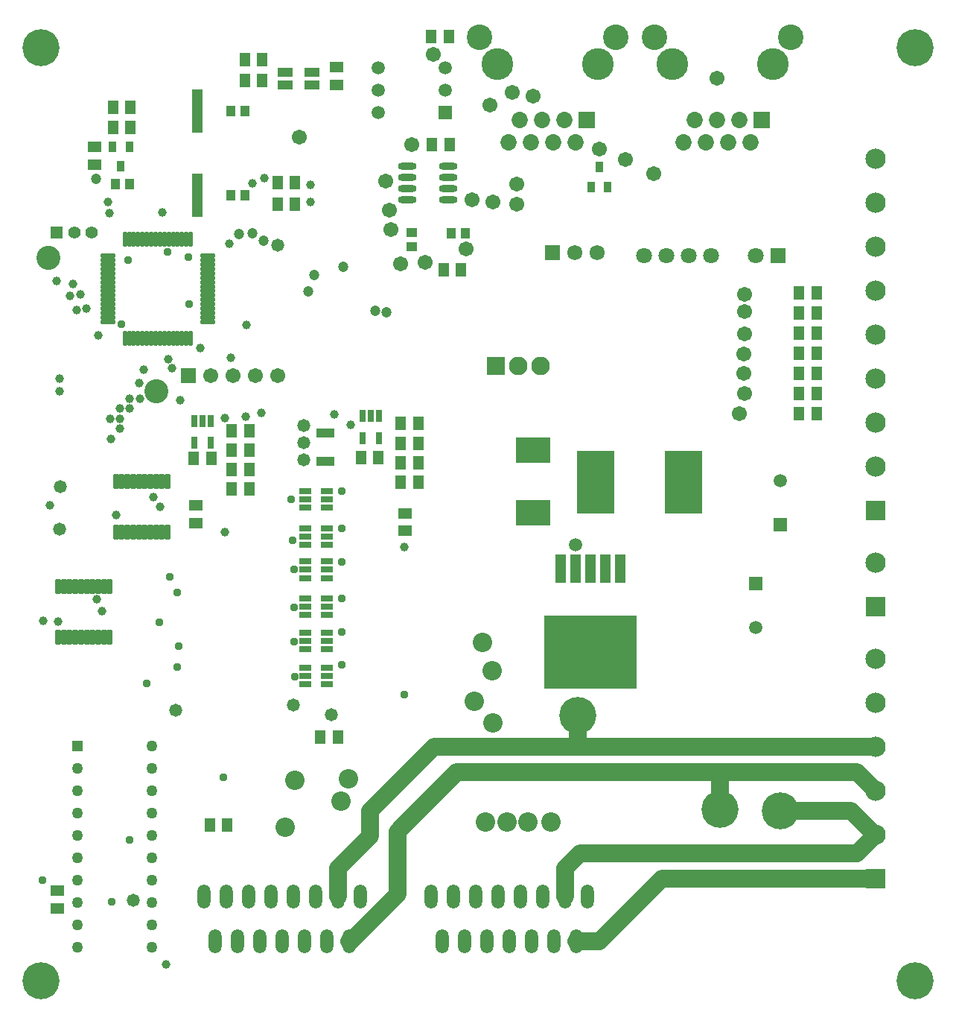
<source format=gts>
G04*
G04 #@! TF.GenerationSoftware,Altium Limited,Altium Designer,20.0.13 (296)*
G04*
G04 Layer_Color=8388736*
%FSLAX44Y44*%
%MOMM*%
G71*
G01*
G75*
%ADD36C,2.0000*%
%ADD37C,2.7272*%
G04:AMPARAMS|DCode=38|XSize=1.7732mm|YSize=0.6132mm|CornerRadius=0.1529mm|HoleSize=0mm|Usage=FLASHONLY|Rotation=270.000|XOffset=0mm|YOffset=0mm|HoleType=Round|Shape=RoundedRectangle|*
%AMROUNDEDRECTD38*
21,1,1.7732,0.3075,0,0,270.0*
21,1,1.4675,0.6132,0,0,270.0*
1,1,0.3057,-0.1538,-0.7338*
1,1,0.3057,-0.1538,0.7338*
1,1,0.3057,0.1538,0.7338*
1,1,0.3057,0.1538,-0.7338*
%
%ADD38ROUNDEDRECTD38*%
%ADD39R,0.9200X1.2200*%
G04:AMPARAMS|DCode=40|XSize=1.6732mm|YSize=0.4832mm|CornerRadius=0.1366mm|HoleSize=0mm|Usage=FLASHONLY|Rotation=270.000|XOffset=0mm|YOffset=0mm|HoleType=Round|Shape=RoundedRectangle|*
%AMROUNDEDRECTD40*
21,1,1.6732,0.2100,0,0,270.0*
21,1,1.4000,0.4832,0,0,270.0*
1,1,0.2732,-0.1050,-0.7000*
1,1,0.2732,-0.1050,0.7000*
1,1,0.2732,0.1050,0.7000*
1,1,0.2732,0.1050,-0.7000*
%
%ADD40ROUNDEDRECTD40*%
G04:AMPARAMS|DCode=41|XSize=1.6732mm|YSize=0.4832mm|CornerRadius=0.1366mm|HoleSize=0mm|Usage=FLASHONLY|Rotation=0.000|XOffset=0mm|YOffset=0mm|HoleType=Round|Shape=RoundedRectangle|*
%AMROUNDEDRECTD41*
21,1,1.6732,0.2100,0,0,0.0*
21,1,1.4000,0.4832,0,0,0.0*
1,1,0.2732,0.7000,-0.1050*
1,1,0.2732,-0.7000,-0.1050*
1,1,0.2732,-0.7000,0.1050*
1,1,0.2732,0.7000,0.1050*
%
%ADD41ROUNDEDRECTD41*%
%ADD42R,1.2032X1.6032*%
%ADD43R,1.0032X1.2032*%
%ADD44R,1.6032X1.2032*%
%ADD45R,1.2200X4.9200*%
%ADD46R,2.0032X1.1032*%
%ADD47R,0.7932X1.4132*%
%ADD48R,1.2032X1.0032*%
%ADD49O,2.1032X0.8032*%
%ADD50R,1.1700X3.3200*%
%ADD51R,10.5700X8.4200*%
%ADD52R,4.2032X7.2032*%
%ADD53R,4.0132X2.9972*%
%ADD54R,1.4132X0.7832*%
%ADD55R,1.7032X1.1032*%
%ADD56C,1.4032*%
%ADD57R,1.4032X1.4032*%
%ADD58C,2.9032*%
%ADD59C,1.8532*%
%ADD60R,1.8532X1.8532*%
%ADD61C,3.6032*%
%ADD62C,2.1082*%
%ADD63R,2.1082X2.1082*%
%ADD64C,1.7032*%
%ADD65R,1.7032X1.7032*%
%ADD66C,1.8032*%
%ADD67R,1.8032X1.8032*%
%ADD68C,2.3032*%
%ADD69R,2.3032X2.3032*%
%ADD70C,1.5200*%
%ADD71R,1.5200X1.5200*%
%ADD72C,1.7200*%
%ADD73R,1.7200X1.7200*%
%ADD74R,1.5112X1.5112*%
%ADD75C,1.5112*%
%ADD76R,1.2632X1.2632*%
%ADD77C,1.2632*%
%ADD78O,1.4732X2.7432*%
%ADD79C,1.0032*%
%ADD80C,4.2032*%
%ADD81C,1.2032*%
%ADD82C,0.9532*%
%ADD83C,1.5032*%
%ADD84C,1.4732*%
%ADD85C,2.2032*%
D36*
X738250Y146000D02*
X981000D01*
X667250Y75000D02*
X738250Y146000D01*
X640600Y75000D02*
X667250D01*
X873000Y223000D02*
X953750D01*
X980750Y196000D01*
X981000D01*
X960000Y175000D02*
X981000Y196000D01*
X645250Y175000D02*
X960000D01*
X627900Y157650D02*
X645250Y175000D01*
X627900Y125800D02*
Y157650D01*
X804000Y225000D02*
Y266250D01*
X382400Y75000D02*
X384500D01*
X437500Y128000D01*
Y199500D01*
X505000Y267000D01*
X960000D01*
X981000Y246000D01*
Y246000D02*
Y246000D01*
X643000Y297000D02*
Y331000D01*
X479000Y296000D02*
X981000D01*
X406000Y223000D02*
X479000Y296000D01*
X406000Y194000D02*
Y223000D01*
X369700Y157700D02*
X406000Y194000D01*
X369700Y125800D02*
Y157700D01*
D37*
X163000Y700000D02*
D03*
X41000Y851000D02*
D03*
D38*
X176000Y597400D02*
D03*
X169500D02*
D03*
X163000D02*
D03*
X156500D02*
D03*
X150000D02*
D03*
X143500D02*
D03*
X137000D02*
D03*
X130500D02*
D03*
X124000D02*
D03*
X117500D02*
D03*
Y540000D02*
D03*
X124000D02*
D03*
X130500D02*
D03*
X137000D02*
D03*
X143500D02*
D03*
X150000D02*
D03*
X156500D02*
D03*
X163000D02*
D03*
X169500D02*
D03*
X176000D02*
D03*
X110250Y477700D02*
D03*
X103750D02*
D03*
X97250D02*
D03*
X90750D02*
D03*
X84250D02*
D03*
X77750D02*
D03*
X71250D02*
D03*
X64750D02*
D03*
X58250D02*
D03*
X51750D02*
D03*
Y420300D02*
D03*
X58250D02*
D03*
X64750D02*
D03*
X71250D02*
D03*
X77750D02*
D03*
X84250D02*
D03*
X90750D02*
D03*
X97250D02*
D03*
X103750D02*
D03*
X110250D02*
D03*
D39*
X132569Y977486D02*
D03*
X113569D02*
D03*
X123069Y954986D02*
D03*
X667000Y954250D02*
D03*
X676500Y931750D02*
D03*
X657500D02*
D03*
D40*
X202500Y759300D02*
D03*
X197500D02*
D03*
X192500D02*
D03*
X187500D02*
D03*
X182500D02*
D03*
X177500D02*
D03*
X172500D02*
D03*
X167500D02*
D03*
X162500D02*
D03*
X157500D02*
D03*
X152500D02*
D03*
X147500D02*
D03*
X142500D02*
D03*
X137500D02*
D03*
X132500D02*
D03*
X127500D02*
D03*
Y872700D02*
D03*
X132500D02*
D03*
X137500D02*
D03*
X142500D02*
D03*
X147500D02*
D03*
X152500D02*
D03*
X157500D02*
D03*
X162500D02*
D03*
X167500D02*
D03*
X172500D02*
D03*
X177500D02*
D03*
X182500D02*
D03*
X187500D02*
D03*
X192500D02*
D03*
X197500D02*
D03*
X202500D02*
D03*
D41*
X221700Y853500D02*
D03*
Y848500D02*
D03*
Y843500D02*
D03*
Y838500D02*
D03*
Y833500D02*
D03*
Y828500D02*
D03*
Y823500D02*
D03*
Y818500D02*
D03*
Y813500D02*
D03*
Y808500D02*
D03*
Y803500D02*
D03*
Y798500D02*
D03*
Y793500D02*
D03*
Y788500D02*
D03*
Y783500D02*
D03*
Y778500D02*
D03*
X108300D02*
D03*
Y783500D02*
D03*
Y788500D02*
D03*
Y793500D02*
D03*
Y798500D02*
D03*
Y803500D02*
D03*
Y808500D02*
D03*
Y813500D02*
D03*
Y818500D02*
D03*
Y823500D02*
D03*
Y828500D02*
D03*
Y833500D02*
D03*
Y838500D02*
D03*
Y843500D02*
D03*
Y848500D02*
D03*
Y853500D02*
D03*
D42*
X321000Y912000D02*
D03*
X301000D02*
D03*
X476000Y1103000D02*
D03*
X496000D02*
D03*
X134000Y999000D02*
D03*
X114000D02*
D03*
X134000Y1022000D02*
D03*
X114000D02*
D03*
X269000Y655000D02*
D03*
X249000D02*
D03*
Y633000D02*
D03*
X269000D02*
D03*
Y611000D02*
D03*
X249000D02*
D03*
Y589000D02*
D03*
X269000D02*
D03*
X416000Y624000D02*
D03*
X396000D02*
D03*
X441000Y663000D02*
D03*
X461000D02*
D03*
Y640000D02*
D03*
X441000D02*
D03*
Y618000D02*
D03*
X461000D02*
D03*
Y596000D02*
D03*
X441000D02*
D03*
X264000Y1053000D02*
D03*
X284000D02*
D03*
X264000Y1076000D02*
D03*
X284000D02*
D03*
X226000Y623000D02*
D03*
X206000D02*
D03*
X477000Y980000D02*
D03*
X497000D02*
D03*
X490000Y838000D02*
D03*
X510000D02*
D03*
X321000Y937000D02*
D03*
X301000D02*
D03*
X350000Y307000D02*
D03*
X370000D02*
D03*
X914000Y811000D02*
D03*
X894000D02*
D03*
X914000Y788167D02*
D03*
X894000D02*
D03*
X914000Y765333D02*
D03*
X894000D02*
D03*
X914000Y742500D02*
D03*
X894000D02*
D03*
X914000Y719667D02*
D03*
X894000D02*
D03*
X914000Y696833D02*
D03*
X894000D02*
D03*
X914000Y674000D02*
D03*
X894000D02*
D03*
X224000Y207000D02*
D03*
X244000D02*
D03*
D43*
X264000Y922000D02*
D03*
X248000D02*
D03*
X264000Y1018000D02*
D03*
X248000D02*
D03*
X117000Y935000D02*
D03*
X133000D02*
D03*
X499000Y879000D02*
D03*
X515000D02*
D03*
D44*
X93000Y977000D02*
D03*
Y957000D02*
D03*
X368000Y1068000D02*
D03*
Y1048000D02*
D03*
X208000Y570000D02*
D03*
Y550000D02*
D03*
X51000Y132000D02*
D03*
Y112000D02*
D03*
X446000Y561000D02*
D03*
Y541000D02*
D03*
D45*
X210000Y922000D02*
D03*
Y1018000D02*
D03*
D46*
X356000Y652000D02*
D03*
Y620000D02*
D03*
D47*
X416500Y671550D02*
D03*
X407000D02*
D03*
X397500D02*
D03*
Y646450D02*
D03*
X416500D02*
D03*
X225500Y666000D02*
D03*
X216000D02*
D03*
X206500D02*
D03*
Y640900D02*
D03*
X225500D02*
D03*
D48*
X454000Y880000D02*
D03*
Y864000D02*
D03*
D49*
X448500Y955050D02*
D03*
Y942350D02*
D03*
Y929650D02*
D03*
Y916950D02*
D03*
X495500Y955050D02*
D03*
Y942350D02*
D03*
Y929650D02*
D03*
Y916950D02*
D03*
D50*
X691000Y498000D02*
D03*
X674000D02*
D03*
X657000D02*
D03*
X640000D02*
D03*
X623000D02*
D03*
D51*
X657000Y403500D02*
D03*
D52*
X763000Y596000D02*
D03*
X663000D02*
D03*
D53*
X592000Y561315D02*
D03*
Y632685D02*
D03*
D54*
X357550Y366500D02*
D03*
Y376000D02*
D03*
Y385500D02*
D03*
X332450Y366500D02*
D03*
Y376000D02*
D03*
Y385500D02*
D03*
X357550Y406500D02*
D03*
Y416000D02*
D03*
Y425500D02*
D03*
X332450Y406500D02*
D03*
Y416000D02*
D03*
Y425500D02*
D03*
X357550Y445500D02*
D03*
Y455000D02*
D03*
Y464500D02*
D03*
X332450Y445500D02*
D03*
Y455000D02*
D03*
Y464500D02*
D03*
X357550Y487500D02*
D03*
Y497000D02*
D03*
Y506500D02*
D03*
X332450Y487500D02*
D03*
Y497000D02*
D03*
Y506500D02*
D03*
X357550Y525000D02*
D03*
Y534500D02*
D03*
Y544000D02*
D03*
X332450Y525000D02*
D03*
Y534500D02*
D03*
Y544000D02*
D03*
X357550Y567500D02*
D03*
Y577000D02*
D03*
Y586500D02*
D03*
X332450Y567500D02*
D03*
Y577000D02*
D03*
Y586500D02*
D03*
D55*
X340500Y1062000D02*
D03*
Y1048000D02*
D03*
X309500D02*
D03*
Y1062000D02*
D03*
D56*
X90000Y880000D02*
D03*
X70000D02*
D03*
D57*
X50000D02*
D03*
D58*
X730000Y1102000D02*
D03*
X885000D02*
D03*
X530500Y1101500D02*
D03*
X685500D02*
D03*
D59*
X763050Y982600D02*
D03*
X775750Y1008000D02*
D03*
X788450Y982600D02*
D03*
X801150Y1008000D02*
D03*
X813850Y982600D02*
D03*
X826550Y1008000D02*
D03*
X839250Y982600D02*
D03*
X563550Y982100D02*
D03*
X576250Y1007500D02*
D03*
X588950Y982100D02*
D03*
X601650Y1007500D02*
D03*
X614350Y982100D02*
D03*
X627050Y1007500D02*
D03*
X639750Y982100D02*
D03*
D60*
X851950Y1008000D02*
D03*
X652450Y1007500D02*
D03*
D61*
X750350Y1071500D02*
D03*
X864650D02*
D03*
X550850Y1071000D02*
D03*
X665150D02*
D03*
D62*
X600400Y728000D02*
D03*
X575000D02*
D03*
D63*
X549600D02*
D03*
D64*
X301400Y717000D02*
D03*
X276000D02*
D03*
X250600D02*
D03*
X225200D02*
D03*
X469250Y846000D02*
D03*
X424250Y938250D02*
D03*
X428250Y905250D02*
D03*
X429750Y883000D02*
D03*
X543000Y1025000D02*
D03*
X326000Y988000D02*
D03*
X832000Y810000D02*
D03*
Y790000D02*
D03*
Y765000D02*
D03*
X831000Y742000D02*
D03*
Y719667D02*
D03*
X832000Y697000D02*
D03*
X826000Y674000D02*
D03*
X546000Y915000D02*
D03*
X522000Y917000D02*
D03*
X478000Y1082000D02*
D03*
X516000Y861000D02*
D03*
X441000Y844000D02*
D03*
X454000Y980000D02*
D03*
X573000Y912000D02*
D03*
Y935000D02*
D03*
X729000Y947000D02*
D03*
X697000Y963000D02*
D03*
X568000Y1039000D02*
D03*
X592000Y1035000D02*
D03*
X801000Y1055000D02*
D03*
X667000Y975000D02*
D03*
D65*
X199800Y717000D02*
D03*
D66*
X718200Y854000D02*
D03*
X743600D02*
D03*
X769000D02*
D03*
X794400D02*
D03*
X845200D02*
D03*
D67*
X870600D02*
D03*
D68*
X981000Y964000D02*
D03*
Y914000D02*
D03*
Y864000D02*
D03*
Y814000D02*
D03*
Y764000D02*
D03*
Y714000D02*
D03*
Y664000D02*
D03*
Y614000D02*
D03*
Y505000D02*
D03*
Y396000D02*
D03*
Y346000D02*
D03*
Y296000D02*
D03*
Y246000D02*
D03*
Y196000D02*
D03*
D69*
Y564000D02*
D03*
Y455000D02*
D03*
Y146000D02*
D03*
D70*
X845000Y431000D02*
D03*
X873000Y598000D02*
D03*
D71*
X845000Y481000D02*
D03*
X873000Y548000D02*
D03*
D72*
X664400Y857000D02*
D03*
X639000D02*
D03*
D73*
X613600D02*
D03*
D74*
X492100Y1016600D02*
D03*
D75*
X415900D02*
D03*
X492100Y1042000D02*
D03*
X415900D02*
D03*
Y1067400D02*
D03*
X492100D02*
D03*
D76*
X73500Y296300D02*
D03*
D77*
Y270900D02*
D03*
Y245500D02*
D03*
Y220100D02*
D03*
Y194700D02*
D03*
Y169300D02*
D03*
Y143900D02*
D03*
Y118500D02*
D03*
Y93100D02*
D03*
Y67700D02*
D03*
X158500D02*
D03*
Y93100D02*
D03*
Y118500D02*
D03*
Y143900D02*
D03*
Y169300D02*
D03*
Y194700D02*
D03*
Y220100D02*
D03*
Y245500D02*
D03*
Y270900D02*
D03*
Y296300D02*
D03*
D78*
X564400Y75000D02*
D03*
X551700Y125800D02*
D03*
X539000Y75000D02*
D03*
X526300Y125800D02*
D03*
X513600Y75000D02*
D03*
X500900Y125800D02*
D03*
X577100D02*
D03*
X589800Y75000D02*
D03*
X602500Y125800D02*
D03*
X615200Y75000D02*
D03*
X627900Y125800D02*
D03*
X488200Y75000D02*
D03*
X475500Y125800D02*
D03*
X640600Y75000D02*
D03*
X653300Y125800D02*
D03*
X306200Y75000D02*
D03*
X293500Y125800D02*
D03*
X280800Y75000D02*
D03*
X268100Y125800D02*
D03*
X255400Y75000D02*
D03*
X242700Y125800D02*
D03*
X318900D02*
D03*
X331600Y75000D02*
D03*
X344300Y125800D02*
D03*
X357000Y75000D02*
D03*
X369700Y125800D02*
D03*
X230000Y75000D02*
D03*
X217300Y125800D02*
D03*
X382400Y75000D02*
D03*
X395100Y125800D02*
D03*
D79*
X143500Y709250D02*
D03*
X283000Y675000D02*
D03*
X265169Y670469D02*
D03*
X213000Y749000D02*
D03*
X266000Y775000D02*
D03*
X190500Y689521D02*
D03*
X181000Y726000D02*
D03*
X241401Y669500D02*
D03*
X35000Y439000D02*
D03*
X174000Y48929D02*
D03*
X52000Y438000D02*
D03*
X118000Y559000D02*
D03*
X96000Y463000D02*
D03*
X160000Y579000D02*
D03*
X168000Y568000D02*
D03*
X286000Y942000D02*
D03*
X273000Y936000D02*
D03*
X177000Y736000D02*
D03*
X248000Y738000D02*
D03*
X148990Y723990D02*
D03*
X339000Y934000D02*
D03*
X97000Y763000D02*
D03*
X42000Y570000D02*
D03*
X102000Y450000D02*
D03*
X50000Y825000D02*
D03*
X84000Y794000D02*
D03*
X77000Y810000D02*
D03*
X68190Y821810D02*
D03*
X110000Y902000D02*
D03*
X366000Y673000D02*
D03*
X384500Y661500D02*
D03*
X108000Y915000D02*
D03*
X72500Y791907D02*
D03*
X122000Y680000D02*
D03*
X133000Y691000D02*
D03*
X112000Y645000D02*
D03*
X53000Y700000D02*
D03*
X53297Y714297D02*
D03*
X122000Y657000D02*
D03*
X145000Y691000D02*
D03*
X65000Y807711D02*
D03*
X133000Y679999D02*
D03*
X122000Y667999D02*
D03*
X111270Y668000D02*
D03*
X241000Y540000D02*
D03*
X445000Y523000D02*
D03*
X170000Y903000D02*
D03*
X246000Y866998D02*
D03*
X339000Y915000D02*
D03*
D80*
X873000Y223000D02*
D03*
X1025750Y1089750D02*
D03*
X32500D02*
D03*
Y29500D02*
D03*
X1025750D02*
D03*
X643000Y331000D02*
D03*
X804000Y225000D02*
D03*
D81*
X273000Y879000D02*
D03*
X285500Y871000D02*
D03*
X425000Y789348D02*
D03*
X376000Y840860D02*
D03*
X336000Y813000D02*
D03*
X343000Y831975D02*
D03*
X412000Y791000D02*
D03*
X257000Y878000D02*
D03*
X95000Y941000D02*
D03*
D82*
X131250Y848500D02*
D03*
X34000Y144000D02*
D03*
X201000Y799000D02*
D03*
X124000Y776000D02*
D03*
X176000Y858000D02*
D03*
X200000Y852000D02*
D03*
X318000Y530000D02*
D03*
X320480Y375520D02*
D03*
X320000Y415000D02*
D03*
Y454000D02*
D03*
X319980Y497020D02*
D03*
X317000Y577000D02*
D03*
X179000Y489000D02*
D03*
X187000Y471000D02*
D03*
X167000Y437000D02*
D03*
X189000Y410000D02*
D03*
X187000Y386000D02*
D03*
X133000Y190000D02*
D03*
X240000Y261000D02*
D03*
X445000Y355000D02*
D03*
X374000Y389000D02*
D03*
X113000Y120000D02*
D03*
X152000Y368000D02*
D03*
X374000Y544000D02*
D03*
Y506000D02*
D03*
Y464000D02*
D03*
Y426000D02*
D03*
Y586000D02*
D03*
D83*
X640250Y525000D02*
D03*
D84*
X301000Y865250D02*
D03*
X137000Y121000D02*
D03*
X185000Y337000D02*
D03*
X362000Y332000D02*
D03*
X319000Y343000D02*
D03*
X53000Y543000D02*
D03*
X54000Y591000D02*
D03*
X331000Y622000D02*
D03*
Y641000D02*
D03*
Y661000D02*
D03*
D85*
X545000Y382000D02*
D03*
X534000Y414000D02*
D03*
X525000Y347000D02*
D03*
X546000Y323000D02*
D03*
X381703Y259297D02*
D03*
X321247Y257753D02*
D03*
X373000Y234000D02*
D03*
X562000Y210000D02*
D03*
X538000D02*
D03*
X612000D02*
D03*
X310000Y204000D02*
D03*
X586000Y210000D02*
D03*
M02*

</source>
